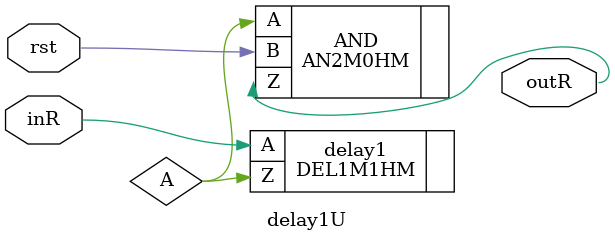
<source format=v>
`timescale 1ns / 1ps


module delay1U(inR, outR, rst);
input inR, rst;
output outR;

wire A,B;
DEL1M1HM delay1 ( .A(inR), .Z(A) );
AN2M0HM AND (.A(A), .B(rst), .Z(outR) );
endmodule

</source>
